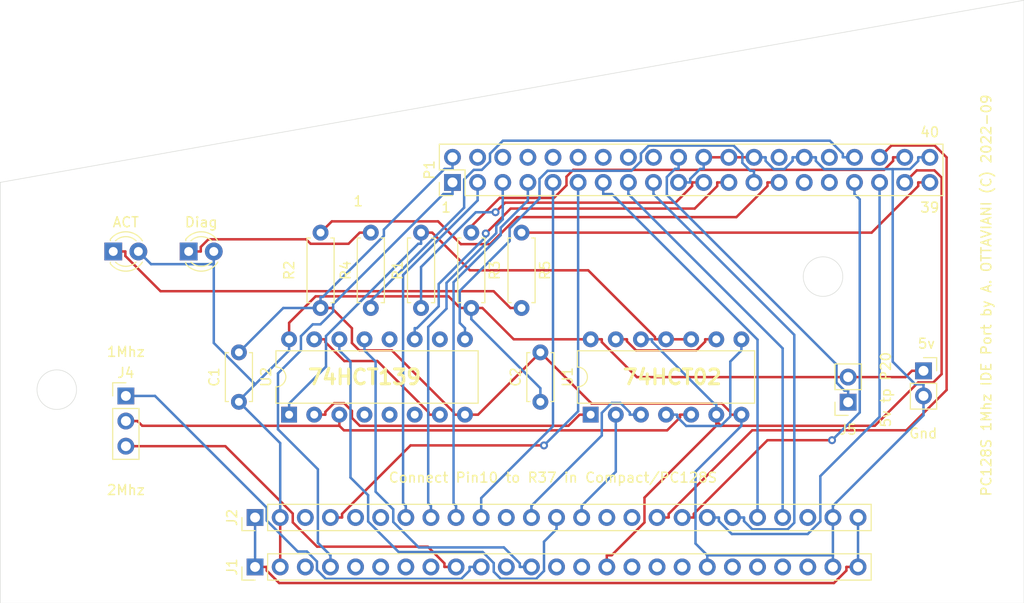
<source format=kicad_pcb>
(kicad_pcb (version 20211014) (generator pcbnew)
  (layers (0 "F.Cu" signal) (31 "B.Cu" signal) (34 "B.Paste" user) (35 "F.Paste" user) (36 "B.SilkS" user "B.Silkscreen") (37 "F.SilkS" user "F.Silkscreen") (38 "B.Mask" user) (39 "F.Mask" user) (44 "Edge.Cuts" user))
  (net 0 "")
  (net 1 "GND")
  (net 2 "+5V")
  (net 3 "D2")
  (net 4 "D1")
  (net 5 "D0")
  (net 6 "A0")
  (net 7 "A1")
  (net 8 "A2")
  (net 9 "D7")
  (net 10 "A5")
  (net 11 "D6")
  (net 12 "A6")
  (net 13 "D5")
  (net 14 "A7")
  (net 15 "D4")
  (net 16 "D3")
  (net 17 "ScreenGND")
  (net 18 "~{RST}")
  (net 19 "R~{W}")
  (net 20 "~{INFC}")
  (net 21 "1MHZ")
  (net 28 "PHI2")
  (net 38 "Clock")
  (net 41 "~{WR}")
  (net 42 "~{RD}")
  (net 47 "Net-(R5-Pad2)")
  (net 48 "Net-(R4-Pad2)")
  (net 54 "Pin20-5V")
  (net 63 "DMRQ")
  (net 64 "IORDY")
  (net 65 "~{DIAG}")
  (net 66 "~{CS1}")
  (net 67 "~{ACT}")
  (net 68 "AEna")
  (net 69 "Net-(U1-Pad1)")
  (net 70 "Net-(U1-Pad4)")
  (net 71 "Net-(U1-Pad9)")
  (net 75 "BEna")
  (footprint "Connector_PinSocket_2.54mm:PinSocket_1x02_P2.54mm_Vertical" (layer "F.Cu") (at 212.09 100.965)
    (fp_text reference "J3" hide)
    (fp_text value "Conn_01x02_Male")
  )
  (footprint "Connector_PinHeader_2.54mm:PinHeader_1x25_P2.54mm_Vertical" (layer "F.Cu") (at 144.5095 120.795 90)
    (fp_text reference "J1")
    (fp_text value "A1-25")
  )
  (footprint "Connector_PinHeader_2.54mm:PinHeader_1x25_P2.54mm_Vertical" (layer "F.Cu") (at 144.5095 115.795 90)
    (fp_text reference "J2")
    (fp_text value "B1-25")
  )
  (footprint "Connector_PinHeader_2.54mm:PinHeader_1x03_P2.54mm_Vertical" (layer "F.Cu") (at 131.445 103.505)
    (fp_text reference "J4")
    (fp_text value "ClockSwitch")
  )
  (footprint "Resistor_THT:R_Axial_DIN0207_L6.3mm_D2.5mm_P7.62mm_Horizontal" (layer "F.Cu") (at 156.21 94.615 90)
    (fp_text reference "R4")
    (fp_text value "1k")
  )
  (footprint "Connector_PinSocket_2.54mm:PinSocket_1x02_P2.54mm_Vertical" (layer "F.Cu") (at 204.47 104.14 180)
    (fp_text reference "J5")
    (fp_text value "Conn_01x02_Male")
  )
  (footprint "Package_DIP:DIP-14_W7.62mm" (layer "F.Cu") (at 178.44 105.4 90)
    (fp_text reference "U1")
    (fp_text value "74HCT02")
  )
  (footprint "LED_THT:LED_D3.0mm" (layer "F.Cu") (at 130.17 88.9)
    (fp_text reference "ACT")
    (fp_text value "LED")
  )
  (footprint "Capacitor_THT:C_Disc_D4.7mm_W2.5mm_P5.00mm" (layer "F.Cu") (at 142.875 104.1 90)
    (fp_text reference "C1")
    (fp_text value "47nf")
  )
  (footprint "Resistor_THT:R_Axial_DIN0207_L6.3mm_D2.5mm_P7.62mm_Horizontal" (layer "F.Cu") (at 151.13 86.995 -90)
    (fp_text reference "R2")
    (fp_text value "1k")
  )
  (footprint "Package_DIP:DIP-16_W7.62mm" (layer "F.Cu") (at 147.95 105.4 90)
    (fp_text reference "U2")
    (fp_text value "74HCT139")
  )
  (footprint "Capacitor_THT:C_Disc_D4.7mm_W2.5mm_P5.00mm" (layer "F.Cu") (at 173.355 104.1 90)
    (fp_text reference "C2")
    (fp_text value "47nf")
  )
  (footprint "Connector_PinHeader_2.54mm:PinHeader_2x20_P2.54mm_Vertical" (layer "F.Cu") (at 164.47 81.92 90)
    (fp_text reference "P1")
    (fp_text value "IDE02x20")
  )
  (footprint "LED_THT:LED_D3.0mm" (layer "F.Cu") (at 137.795 88.9)
    (fp_text reference "Diag")
    (fp_text value "LED")
  )
  (footprint "Resistor_THT:R_Axial_DIN0207_L6.3mm_D2.5mm_P7.62mm_Horizontal" (layer "F.Cu") (at 166.37 86.995 -90)
    (fp_text reference "R3")
    (fp_text value "1k")
  )
  (footprint "Resistor_THT:R_Axial_DIN0207_L6.3mm_D2.5mm_P7.62mm_Horizontal" (layer "F.Cu") (at 161.29 94.615 90)
    (fp_text reference "R1")
    (fp_text value "1k")
  )
  (footprint "Resistor_THT:R_Axial_DIN0207_L6.3mm_D2.5mm_P7.62mm_Horizontal" (layer "F.Cu") (at 171.45 86.995 -90)
    (fp_text reference "R5")
    (fp_text value "R270")
  )
  (gr_circle (center 124.46 102.87) (end 126.46 102.87) (layer "Edge.Cuts") (width 0.05) (fill none))
  (gr_line (start 118.745 81.915) (end 118.745 124.46) (layer "Edge.Cuts") (width 0.05))
  (gr_line (start 222.25 63.5) (end 222.25 124.46) (layer "Edge.Cuts") (width 0.05))
  (gr_line (start 118.745 124.46) (end 222.25 124.46) (layer "Edge.Cuts") (width 0.05))
  (gr_circle (center 201.93 91.44) (end 203.93 91.44) (layer "Edge.Cuts") (width 0.05) (fill none))
  (gr_line (start 118.745 81.915) (end 222.25 63.5) (layer "Edge.Cuts") (width 0.05))
  (gr_text "Gnd" (at 212.065 107.295) (layer "F.SilkS") (effects (font (size 1 1))))
  (gr_text "5v" (at 212.3825 98.2145) (layer "F.SilkS") (effects (font (size 1 1))))
  (gr_text "Connect Pin10 to R37 in Compact/PC128S" (at 174.625 111.76) (layer "F.SilkS") (effects (font (size 1 1))))
  (gr_text "5v tp P20" (at 208.28 102.87 90) (layer "F.SilkS") (effects (font (size 1 1))))
  (gr_text "74HCT02" (at 186.69 101.6) (layer "F.SilkS") (effects (font (size 1.5 1.5) (thickness 0.3))))
  (gr_text "1" (at 163.83 84.455) (layer "F.SilkS") (effects (font (size 1 1))))
  (gr_text "40" (at 212.725 76.835) (layer "F.SilkS") (effects (font (size 1 1))))
  (gr_text "2Mhz" (at 131.445 113.015) (layer "F.SilkS") (effects (font (size 1 1))))
  (gr_text "1Mhz" (at 131.445 99.045) (layer "F.SilkS") (effects (font (size 1 1))))
  (gr_text "1" (at 154.94 83.82) (layer "F.SilkS") (effects (font (size 1 1))))
  (gr_text "PC128S 1Mhz IDE Port by A. OTTAVIANI (C) 2022-09" (at 218.44 93.345 90) (layer "F.SilkS") (effects (font (size 1 1))))
  (gr_text "74HCT139" (at 155.575 101.6) (layer "F.SilkS") (effects (font (size 1.5 1.5) (thickness 0.3))))
  (gr_text "39" (at 212.725 84.455) (layer "F.SilkS") (effects (font (size 1 1))))
  (segment (start 154.3 98.1536) (end 155.0515 98.9051) (width 0.25) (layer "F.Cu") (net 1))
  (segment (start 173.355 99.1) (end 167.055 105.4) (width 0.25) (layer "F.Cu") (net 1))
  (segment (start 158.3431 98.9051) (end 164.6049 105.1669) (width 0.25) (layer "F.Cu") (net 1))
  (segment (start 193.68 105.4) (end 192.5549 105.4) (width 0.25) (layer "F.Cu") (net 1))
  (segment (start 164.6049 105.1669) (end 164.6049 105.4) (width 0.25) (layer "F.Cu") (net 1))
  (segment (start 192.5549 105.4) (end 192.5549 105.1186) (width 0.25) (layer "F.Cu") (net 1))
  (segment (start 151.13 94.615) (end 152.2551 94.615) (width 0.25) (layer "F.Cu") (net 1))
  (segment (start 191.7112 104.2749) (end 178.5299 104.2749) (width 0.25) (layer "F.Cu") (net 1))
  (segment (start 178.5299 104.2749) (end 173.355 99.1) (width 0.25) (layer "F.Cu") (net 1))
  (segment (start 154.3 96.6599) (end 154.3 98.1536) (width 0.25) (layer "F.Cu") (net 1))
  (segment (start 165.73 105.4) (end 166.8551 105.4) (width 0.25) (layer "F.Cu") (net 1))
  (segment (start 152.2551 94.615) (end 154.3 96.6599) (width 0.25) (layer "F.Cu") (net 1))
  (segment (start 165.73 105.4) (end 164.6049 105.4) (width 0.25) (layer "F.Cu") (net 1))
  (segment (start 155.0515 98.9051) (end 158.3431 98.9051) (width 0.25) (layer "F.Cu") (net 1))
  (segment (start 192.5549 105.1186) (end 191.7112 104.2749) (width 0.25) (layer "F.Cu") (net 1))
  (segment (start 192.41 79.38) (end 189.87 79.38) (width 0.25) (layer "F.Cu") (net 1))
  (segment (start 194.95 79.38) (end 192.41 79.38) (width 0.25) (layer "F.Cu") (net 1))
  (segment (start 167.055 105.4) (end 166.8551 105.4) (width 0.25) (layer "F.Cu") (net 1))
  (segment (start 212.09 105.4594) (end 202.9295 114.6199) (width 0.25) (layer "B.Cu") (net 1))
  (segment (start 187.33 81.92) (end 188.5051 81.92) (width 0.25) (layer "B.Cu") (net 1))
  (segment (start 201.2051 79.7453) (end 201.2051 79.38) (width 0.25) (layer "B.Cu") (net 1))
  (segment (start 200.03 79.38) (end 198.8549 79.38) (width 0.25) (layer "B.Cu") (net 1))
  (segment (start 193.68 105.4) (end 193.68 106.5251) (width 0.25) (layer "B.Cu") (net 1))
  (segment (start 151.13 94.615) (end 147.36 94.615) (width 0.25) (layer "B.Cu") (net 1))
  (segment (start 194.95 79.38) (end 196.1251 79.38) (width 0.25) (layer "B.Cu") (net 1))
  (segment (start 151.13 94.615) (end 151.13 93.4899) (width 0.25) (layer "B.Cu") (net 1))
  (segment (start 211.5549 79.38) (end 211.5549 79.7472) (width 0.25) (layer "B.Cu") (net 1))
  (segment (start 200.03 79.38) (end 201.2051 79.38) (width 0.25) (layer "B.Cu") (net 1))
  (segment (start 208.9766 80.5706) (end 202.0304 80.5706) (width 0.25) (layer "B.Cu") (net 1))
  (segment (start 196.9504 80.5706) (end 196.1251 79.7453) (width 0.25) (layer "B.Cu") (net 1))
  (segment (start 163.6621 80.5551) (end 157.5314 86.6858) (width 0.25) (layer "B.Cu") (net 1))
  (segment (start 198.0315 80.5706) (end 196.9504 80.5706) (width 0.25) (layer "B.Cu") (net 1))
  (segment (start 208.9766 100.0475) (end 211.259 102.3299) (width 0.25) (layer "B.Cu") (net 1))
  (segment (start 164.47 79.38) (end 164.47 80.5551) (width 0.25) (layer "B.Cu") (net 1))
  (segment (start 202.9295 120.795) (end 202.9295 119.6199) (width 0.25) (layer "B.Cu") (net 1))
  (segment (start 202.0304 80.5706) (end 201.2051 79.7453) (width 0.25) (layer "B.Cu") (net 1))
  (segment (start 189.87 80.5551) (end 189.5047 80.5551) (width 0.25) (layer "B.Cu") (net 1))
  (segment (start 208.9766 80.5706) (end 208.9766 100.0475) (width 0.25) (layer "B.Cu") (net 1))
  (segment (start 211.5549 79.7472) (end 210.7315 80.5706) (width 0.25) (layer "B.Cu") (net 1))
  (segment (start 189.5047 80.5551) (end 188.5051 81.5547) (width 0.25) (layer "B.Cu") (net 1))
  (segment (start 198.8549 79.7472) (end 198.0315 80.5706) (width 0.25) (layer "B.Cu") (net 1))
  (segment (start 198.8549 79.38) (end 198.8549 79.7472) (width 0.25) (layer "B.Cu") (net 1))
  (segment (start 188.5051 81.5547) (end 188.5051 81.92) (width 0.25) (layer "B.Cu") (net 1))
  (segment (start 196.1251 79.7453) (end 196.1251 79.38) (width 0.25) (layer "B.Cu") (net 1))
  (segment (start 151.3631 93.4899) (end 151.13 93.4899) (width 0.25) (layer "B.Cu") (net 1))
  (segment (start 157.5314 86.6858) (end 157.5314 87.3216) (width 0.25) (layer "B.Cu") (net 1))
  (segment (start 189.87 79.38) (end 189.87 80.5551) (width 0.25) (layer "B.Cu") (net 1))
  (segment (start 210.7315 80.5706) (end 208.9766 80.5706) (width 0.25) (layer "B.Cu") (net 1))
  (segment (start 212.09 103.505) (end 212.09 102.3299) (width 0.25) (layer "B.Cu") (net 1))
  (segment (start 189.0389 118.4293) (end 189.0389 111.1662) (width 0.25) (layer "B.Cu") (net 1))
  (segment (start 211.259 102.3299) (end 212.09 102.3299) (width 0.25) (layer "B.Cu") (net 1))
  (segment (start 202.9295 115.795) (end 202.9295 114.6199) (width 0.25) (layer "B.Cu") (net 1))
  (segment (start 190.2295 119.6199) (end 189.0389 118.4293) (width 0.25) (layer "B.Cu") (net 1))
  (segment (start 202.9295 119.6199) (end 202.9295 115.795) (width 0.25) (layer "B.Cu") (net 1))
  (segment (start 212.73 79.38) (end 211.5549 79.38) (width 0.25) (layer "B.Cu") (net 1))
  (segment (start 190.2295 120.795) (end 190.2295 119.6199) (width 0.25) (layer "B.Cu") (net 1))
  (segment (start 164.47 80.5551) (end 163.6621 80.5551) (width 0.25) (layer "B.Cu") (net 1))
  (segment (start 212.09 103.505) (end 212.09 105.4594) (width 0.25) (layer "B.Cu") (net 1))
  (segment (start 202.9295 119.6199) (end 190.2295 119.6199) (width 0.25) (layer "B.Cu") (net 1))
  (segment (start 157.5314 87.3216) (end 151.3631 93.4899) (width 0.25) (layer "B.Cu") (net 1))
  (segment (start 147.36 94.615) (end 142.875 99.1) (width 0.25) (layer "B.Cu") (net 1))
  (segment (start 189.0389 111.1662) (end 193.68 106.5251) (width 0.25) (layer "B.Cu") (net 1))
  (segment (start 164.0671 93.4372) (end 165.2449 94.615) (width 0.25) (layer "F.Cu") (net 2))
  (segment (start 210.2799 101.6) (end 210.9149 100.965) (width 0.25) (layer "F.Cu") (net 2))
  (segment (start 166.37 94.615) (end 165.2449 94.615) (width 0.25) (layer "F.Cu") (net 2))
  (segment (start 147.95 96.1153) (end 150.6281 93.4372) (width 0.25) (layer "F.Cu") (net 2))
  (segment (start 170.6601 97.78) (end 178.44 97.78) (width 0.25) (layer "F.Cu") (net 2))
  (segment (start 147.95 97.78) (end 147.95 96.1153) (width 0.25) (layer "F.Cu") (net 2))
  (segment (start 179.5651 97.78) (end 179.5651 98.0613) (width 0.25) (layer "F.Cu") (net 2))
  (segment (start 183.1038 101.6) (end 203.2949 101.6) (width 0.25) (layer "F.Cu") (net 2))
  (segment (start 204.47 101.6) (end 203.2949 101.6) (width 0.25) (layer "F.Cu") (net 2))
  (segment (start 147.0495 115.795) (end 147.0495 120.795) (width 0.25) (layer "F.Cu") (net 2))
  (segment (start 150.6281 93.4372) (end 164.0671 93.4372) (width 0.25) (layer "F.Cu") (net 2))
  (segment (start 179.5651 98.0613) (end 183.1038 101.6) (width 0.25) (layer "F.Cu") (net 2))
  (segment (start 167.4951 94.615) (end 170.6601 97.78) (width 0.25) (layer "F.Cu") (net 2))
  (segment (start 212.09 100.965) (end 210.9149 100.965) (width 0.25) (layer "F.Cu") (net 2))
  (segment (start 178.44 97.78) (end 179.5651 97.78) (width 0.25) (layer "F.Cu") (net 2))
  (segment (start 166.37 94.615) (end 167.4951 94.615) (width 0.25) (layer "F.Cu") (net 2))
  (segment (start 204.47 101.6) (end 210.2799 101.6) (width 0.25) (layer "F.Cu") (net 2))
  (segment (start 147.95 97.78) (end 147.95 98.9051) (width 0.25) (layer "B.Cu") (net 2))
  (segment (start 142.875 104.1) (end 147.0495 108.2745) (width 0.25) (layer "B.Cu") (net 2))
  (segment (start 166.37 95.7401) (end 173.355 102.7251) (width 0.25) (layer "B.Cu") (net 2))
  (segment (start 147.0495 108.2745) (end 147.0495 115.795) (width 0.25) (layer "B.Cu") (net 2))
  (segment (start 147.95 98.9051) (end 144.5181 102.337) (width 0.25) (layer "B.Cu") (net 2))
  (segment (start 166.37 94.615) (end 166.37 95.7401) (width 0.25) (layer "B.Cu") (net 2))
  (segment (start 142.875 103.9801) (end 142.875 104.1) (width 0.25) (layer "B.Cu") (net 2))
  (segment (start 144.5181 102.337) (end 142.875 103.9801) (width 0.25) (layer "B.Cu") (net 2))
  (segment (start 140.335 88.9) (end 140.335 90.1817) (width 0.25) (layer "B.Cu") (net 2))
  (segment (start 140.335 90.1817) (end 140.335 98.1539) (width 0.25) (layer "B.Cu") (net 2))
  (segment (start 140.335 90.1817) (end 133.9917 90.1817) (width 0.25) (layer "B.Cu") (net 2))
  (segment (start 173.355 102.7251) (end 173.355 104.1) (width 0.25) (layer "B.Cu") (net 2))
  (segment (start 140.335 98.1539) (end 144.5181 102.337) (width 0.25) (layer "B.Cu") (net 2))
  (segment (start 133.9917 90.1817) (end 132.71 88.9) (width 0.25) (layer "B.Cu") (net 2))
  (segment (start 179.71 81.92) (end 179.71 83.0951) (width 0.25) (layer "B.Cu") (net 3))
  (segment (start 180.5913 83.0951) (end 195.3095 97.8133) (width 0.25) (layer "B.Cu") (net 3))
  (segment (start 195.3095 97.8133) (end 195.3095 115.795) (width 0.25) (layer "B.Cu") (net 3))
  (segment (start 179.71 83.0951) (end 180.5913 83.0951) (width 0.25) (layer "B.Cu") (net 3))
  (segment (start 182.25 83.0951) (end 197.8495 98.6946) (width 0.25) (layer "B.Cu") (net 4))
  (segment (start 197.8495 98.6946) (end 197.8495 115.795) (width 0.25) (layer "B.Cu") (net 4))
  (segment (start 182.25 81.92) (end 182.25 83.0951) (width 0.25) (layer "B.Cu") (net 4))
  (segment (start 184.79 83.0951) (end 199.0268 97.3319) (width 0.25) (layer "B.Cu") (net 5))
  (segment (start 199.0268 116.321) (end 198.356 116.9918) (width 0.25) (layer "B.Cu") (net 5))
  (segment (start 192.7695 115.795) (end 193.9446 115.795) (width 0.25) (layer "B.Cu") (net 5))
  (segment (start 199.0268 97.3319) (end 199.0268 116.321) (width 0.25) (layer "B.Cu") (net 5))
  (segment (start 194.7761 116.9918) (end 193.9446 116.1603) (width 0.25) (layer "B.Cu") (net 5))
  (segment (start 184.79 81.92) (end 184.79 83.0951) (width 0.25) (layer "B.Cu") (net 5))
  (segment (start 193.9446 116.1603) (end 193.9446 115.795) (width 0.25) (layer "B.Cu") (net 5))
  (segment (start 198.356 116.9918) (end 194.7761 116.9918) (width 0.25) (layer "B.Cu") (net 5))
  (segment (start 207.65 83.0951) (end 207.65 105.6206) (width 0.25) (layer "B.Cu") (net 6))
  (segment (start 201.6595 111.6111) (end 201.6595 116.1891) (width 0.25) (layer "B.Cu") (net 6))
  (segment (start 192.7079 117.4636) (end 191.4046 116.1603) (width 0.25) (layer "B.Cu") (net 6))
  (segment (start 191.4046 116.1603) (end 191.4046 115.795) (width 0.25) (layer "B.Cu") (net 6))
  (segment (start 207.65 105.6206) (end 201.6595 111.6111) (width 0.25) (layer "B.Cu") (net 6))
  (segment (start 201.6595 116.1891) (end 200.385 117.4636) (width 0.25) (layer "B.Cu") (net 6))
  (segment (start 190.2295 115.795) (end 191.4046 115.795) (width 0.25) (layer "B.Cu") (net 6))
  (segment (start 200.385 117.4636) (end 192.7079 117.4636) (width 0.25) (layer "B.Cu") (net 6))
  (segment (start 207.65 81.92) (end 207.65 83.0951) (width 0.25) (layer "B.Cu") (net 6))
  (segment (start 188.8646 115.795) (end 188.8646 115.4297) (width 0.25) (layer "F.Cu") (net 7))
  (segment (start 196.3139 107.9804) (end 202.8425 107.9804) (width 0.25) (layer "F.Cu") (net 7))
  (segment (start 188.8646 115.4297) (end 196.3139 107.9804) (width 0.25) (layer "F.Cu") (net 7))
  (segment (start 187.6895 115.795) (end 188.8646 115.795) (width 0.25) (layer "F.Cu") (net 7))
  (via (at 202.8425 107.9804) (size 0.8) (drill 0.4) (layers "F.Cu" "B.Cu") (net 7))
  (segment (start 205.6452 83.6303) (end 205.6452 105.1777) (width 0.25) (layer "B.Cu") (net 7))
  (segment (start 205.11 81.92) (end 205.11 83.0951) (width 0.25) (layer "B.Cu") (net 7))
  (segment (start 205.6452 105.1777) (end 202.8425 107.9804) (width 0.25) (layer "B.Cu") (net 7))
  (segment (start 205.11 83.0951) (end 205.6452 83.6303) (width 0.25) (layer "B.Cu") (net 7))
  (segment (start 186.3246 115.4297) (end 194.779 106.9753) (width 0.25) (layer "F.Cu") (net 8))
  (segment (start 185.1495 115.795) (end 186.3246 115.795) (width 0.25) (layer "F.Cu") (net 8))
  (segment (start 214.4271 79.3904) (end 213.2266 78.1899) (width 0.25) (layer "F.Cu") (net 8))
  (segment (start 194.779 106.9753) (end 210.3547 106.9753) (width 0.25) (layer "F.Cu") (net 8))
  (segment (start 186.3246 115.795) (end 186.3246 115.4297) (width 0.25) (layer "F.Cu") (net 8))
  (segment (start 213.2266 78.1899) (end 208.8401 78.1899) (width 0.25) (layer "F.Cu") (net 8))
  (segment (start 210.3547 106.9753) (end 214.4271 102.9029) (width 0.25) (layer "F.Cu") (net 8))
  (segment (start 214.4271 102.9029) (end 214.4271 79.3904) (width 0.25) (layer "F.Cu") (net 8))
  (segment (start 208.8401 78.1899) (end 207.65 79.38) (width 0.25) (layer "F.Cu") (net 8))
  (segment (start 159.4724 91.2761) (end 159.4724 114.3428) (width 0.25) (layer "B.Cu") (net 9))
  (segment (start 159.4724 114.3428) (end 159.7495 114.6199) (width 0.25) (layer "B.Cu") (net 9))
  (segment (start 159.7495 115.795) (end 159.7495 114.6199) (width 0.25) (layer "B.Cu") (net 9))
  (segment (start 167.01 83.7385) (end 159.4724 91.2761) (width 0.25) (layer "B.Cu") (net 9))
  (segment (start 167.01 81.92) (end 167.01 83.7385) (width 0.25) (layer "B.Cu") (net 9))
  (segment (start 180.98 105.4) (end 180.98 111.1694) (width 0.25) (layer "B.Cu") (net 10))
  (segment (start 180.98 111.1694) (end 177.5295 114.6199) (width 0.25) (layer "B.Cu") (net 10))
  (segment (start 177.5295 115.795) (end 177.5295 114.6199) (width 0.25) (layer "B.Cu") (net 10))
  (segment (start 162.2895 114.6199) (end 162.0124 114.3428) (width 0.25) (layer "B.Cu") (net 11))
  (segment (start 168.8953 86.3063) (end 169.55 85.6516) (width 0.25) (layer "B.Cu") (net 11))
  (segment (start 162.2895 115.795) (end 162.2895 114.6199) (width 0.25) (layer "B.Cu") (net 11))
  (segment (start 169.55 81.92) (end 169.55 83.0951) (width 0.25) (layer "B.Cu") (net 11))
  (segment (start 162.0124 114.3428) (end 162.0124 96.5336) (width 0.25) (layer "B.Cu") (net 11))
  (segment (start 168.8953 87.0432) (end 168.8953 86.3063) (width 0.25) (layer "B.Cu") (net 11))
  (segment (start 162.0124 96.5336) (end 163.8648 94.6812) (width 0.25) (layer "B.Cu") (net 11))
  (segment (start 163.8648 92.0737) (end 168.8953 87.0432) (width 0.25) (layer "B.Cu") (net 11))
  (segment (start 163.8648 94.6812) (end 163.8648 92.0737) (width 0.25) (layer "B.Cu") (net 11))
  (segment (start 169.55 85.6516) (end 169.55 83.0951) (width 0.25) (layer "B.Cu") (net 11))
  (segment (start 153.03 97.78) (end 153.03 98.9051) (width 0.25) (layer "B.Cu") (net 12))
  (segment (start 159.0249 119.2862) (end 167.5248 119.2862) (width 0.25) (layer "B.Cu") (net 12))
  (segment (start 169.3449 121.9891) (end 172.9315 121.9891) (width 0.25) (layer "B.Cu") (net 12))
  (segment (start 172.9315 121.9891) (end 173.7195 121.2011) (width 0.25) (layer "B.Cu") (net 12))
  (segment (start 168.6395 120.4009) (end 168.6395 121.2837) (width 0.25) (layer "B.Cu") (net 12))
  (segment (start 153.03 98.9051) (end 154.1551 100.0302) (width 0.25) (layer "B.Cu") (net 12))
  (segment (start 174.9895 115.795) (end 174.9895 116.9701) (width 0.25) (layer "B.Cu") (net 12))
  (segment (start 167.5248 119.2862) (end 168.6395 120.4009) (width 0.25) (layer "B.Cu") (net 12))
  (segment (start 173.7195 121.2011) (end 173.7195 118.2401) (width 0.25) (layer "B.Cu") (net 12))
  (segment (start 155.9395 113.5409) (end 155.9395 116.2008) (width 0.25) (layer "B.Cu") (net 12))
  (segment (start 173.7195 118.2401) (end 174.9895 116.9701) (width 0.25) (layer "B.Cu") (net 12))
  (segment (start 154.1551 100.0302) (end 154.1551 111.7565) (width 0.25) (layer "B.Cu") (net 12))
  (segment (start 168.6395 121.2837) (end 169.3449 121.9891) (width 0.25) (layer "B.Cu") (net 12))
  (segment (start 154.1551 111.7565) (end 155.9395 113.5409) (width 0.25) (layer "B.Cu") (net 12))
  (segment (start 155.9395 116.2008) (end 159.0249 119.2862) (width 0.25) (layer "B.Cu") (net 12))
  (segment (start 172.09 83.7482) (end 172.09 83.0951) (width 0.25) (layer "B.Cu") (net 13))
  (segment (start 169.3455 86.4927) (end 172.09 83.7482) (width 0.25) (layer "B.Cu") (net 13))
  (segment (start 169.3455 87.2437) (end 169.3455 86.4927) (width 0.25) (layer "B.Cu") (net 13))
  (segment (start 172.09 81.92) (end 172.09 83.0951) (width 0.25) (layer "B.Cu") (net 13))
  (segment (start 164.5771 92.0121) (end 169.3455 87.2437) (width 0.25) (layer "B.Cu") (net 13))
  (segment (start 164.8295 115.795) (end 164.8295 114.6199) (width 0.25) (layer "B.Cu") (net 13))
  (segment (start 164.8295 114.6199) (end 164.5771 114.3675) (width 0.25) (layer "B.Cu") (net 13))
  (segment (start 164.5771 114.3675) (end 164.5771 92.0121) (width 0.25) (layer "B.Cu") (net 13))
  (segment (start 182.3949 105.1669) (end 182.3949 105.4) (width 0.25) (layer "B.Cu") (net 14))
  (segment (start 180.5663 104.2185) (end 181.4465 104.2185) (width 0.25) (layer "B.Cu") (net 14))
  (segment (start 179.5652 105.2196) (end 180.5663 104.2185) (width 0.25) (layer "B.Cu") (net 14))
  (segment (start 181.4465 104.2185) (end 182.3949 105.1669) (width 0.25) (layer "B.Cu") (net 14))
  (segment (start 183.52 105.4) (end 182.3949 105.4) (width 0.25) (layer "B.Cu") (net 14))
  (segment (start 172.4495 115.795) (end 172.4495 114.6199) (width 0.25) (layer "B.Cu") (net 14))
  (segment (start 172.4495 114.6199) (end 179.5652 107.5042) (width 0.25) (layer "B.Cu") (net 14))
  (segment (start 179.5652 107.5042) (end 179.5652 105.2196) (width 0.25) (layer "B.Cu") (net 14))
  (segment (start 167.3695 113.832) (end 167.3695 114.6199) (width 0.25) (layer "B.Cu") (net 15))
  (segment (start 167.3695 115.795) (end 167.3695 114.6199) (width 0.25) (layer "B.Cu") (net 15))
  (segment (start 174.63 83.0951) (end 174.63 106.5715) (width 0.25) (layer "B.Cu") (net 15))
  (segment (start 174.63 81.92) (end 174.63 83.0951) (width 0.25) (layer "B.Cu") (net 15))
  (segment (start 174.63 106.5715) (end 167.3695 113.832) (width 0.25) (layer "B.Cu") (net 15))
  (segment (start 152.1295 115.795) (end 153.3046 115.795) (width 0.25) (layer "F.Cu") (net 16))
  (segment (start 160.2279 108.5064) (end 153.3046 115.4297) (width 0.25) (layer "F.Cu") (net 16))
  (segment (start 173.7205 108.5064) (end 160.2279 108.5064) (width 0.25) (layer "F.Cu") (net 16))
  (segment (start 153.3046 115.4297) (end 153.3046 115.795) (width 0.25) (layer "F.Cu") (net 16))
  (via (at 173.7205 108.5064) (size 0.8) (drill 0.4) (layers "F.Cu" "B.Cu") (net 16))
  (segment (start 177.17 81.92) (end 177.17 105.0569) (width 0.25) (layer "B.Cu") (net 16))
  (segment (start 177.17 105.0569) (end 173.7205 108.5064) (width 0.25) (layer "B.Cu") (net 16))
  (segment (start 144.5095 120.795) (end 145.6846 120.795) (width 0.25) (layer "F.Cu") (net 17))
  (segment (start 204.2944 121.1622) (end 204.2944 120.795) (width 0.25) (layer "F.Cu") (net 17))
  (segment (start 203.0364 122.4202) (end 204.2944 121.1622) (width 0.25) (layer "F.Cu") (net 17))
  (segment (start 145.6846 120.795) (end 145.6846 121.1623) (width 0.25) (layer "F.Cu") (net 17))
  (segment (start 205.4695 120.795) (end 204.2944 120.795) (width 0.25) (layer "F.Cu") (net 17))
  (segment (start 146.9425 122.4202) (end 203.0364 122.4202) (width 0.25) (layer "F.Cu") (net 17))
  (segment (start 145.6846 121.1623) (end 146.9425 122.4202) (width 0.25) (layer "F.Cu") (net 17))
  (segment (start 144.5095 115.795) (end 144.5095 120.795) (width 0.25) (layer "B.Cu") (net 17))
  (segment (start 205.4695 115.795) (end 205.4695 120.795) (width 0.25) (layer "B.Cu") (net 17))
  (segment (start 149.1461 97.4621) (end 149.1461 98.9052) (width 0.25) (layer "B.Cu") (net 18))
  (segment (start 150.8595 118.3499) (end 152.1295 119.6199) (width 0.25) (layer "B.Cu") (net 18))
  (segment (start 164.47 81.92) (end 164.47 83.0951) (width 0.25) (layer "B.Cu") (net 18))
  (segment (start 150.8595 110.9187) (end 150.8595 118.3499) (width 0.25) (layer "B.Cu") (net 18))
  (segment (start 152.1295 120.795) (end 152.1295 119.6199) (width 0.25) (layer "B.Cu") (net 18))
  (segment (start 152.3992 94.2389) (end 152.3992 94.9834) (width 0.25) (layer "B.Cu") (net 18))
  (segment (start 151.1142 96.2684) (end 150.3398 96.2684) (width 0.25) (layer "B.Cu") (net 18))
  (segment (start 146.8248 106.884) (end 150.8595 110.9187) (width 0.25) (layer "B.Cu") (net 18))
  (segment (start 149.1461 98.9052) (end 146.8248 101.2265) (width 0.25) (layer "B.Cu") (net 18))
  (segment (start 150.3398 96.2684) (end 149.1461 97.4621) (width 0.25) (layer "B.Cu") (net 18))
  (segment (start 164.47 83.0951) (end 163.543 83.0951) (width 0.25) (layer "B.Cu") (net 18))
  (segment (start 146.8248 101.2265) (end 146.8248 106.884) (width 0.25) (layer "B.Cu") (net 18))
  (segment (start 163.543 83.0951) (end 152.3992 94.2389) (width 0.25) (layer "B.Cu") (net 18))
  (segment (start 152.3992 94.9834) (end 151.1142 96.2684) (width 0.25) (layer "B.Cu") (net 18))
  (segment (start 156.6951 100.0302) (end 156.6951 113.1893) (width 0.25) (layer "B.Cu") (net 19))
  (segment (start 158.4795 116.2449) (end 161.0556 118.821) (width 0.25) (layer "B.Cu") (net 19))
  (segment (start 158.4795 114.9737) (end 158.4795 116.2449) (width 0.25) (layer "B.Cu") (net 19))
  (segment (start 156.6951 113.1893) (end 158.4795 114.9737) (width 0.25) (layer "B.Cu") (net 19))
  (segment (start 172.4495 120.795) (end 171.2744 120.795) (width 0.25) (layer "B.Cu") (net 19))
  (segment (start 155.57 98.9051) (end 156.6951 100.0302) (width 0.25) (layer "B.Cu") (net 19))
  (segment (start 169.6656 118.821) (end 171.2744 120.4298) (width 0.25) (layer "B.Cu") (net 19))
  (segment (start 155.57 97.78) (end 155.57 98.9051) (width 0.25) (layer "B.Cu") (net 19))
  (segment (start 161.0556 118.821) (end 169.6656 118.821) (width 0.25) (layer "B.Cu") (net 19))
  (segment (start 171.2744 120.4298) (end 171.2744 120.795) (width 0.25) (layer "B.Cu") (net 19))
  (segment (start 180.0695 120.795) (end 180.0695 119.6199) (width 0.25) (layer "F.Cu") (net 20))
  (segment (start 213.0845 102.1402) (end 211.5498 102.1402) (width 0.25) (layer "F.Cu") (net 20))
  (segment (start 191.14 106.5251) (end 183.8795 113.7856) (width 0.25) (layer "F.Cu") (net 20))
  (segment (start 210.19 81.92) (end 211.408 80.702) (width 0.25) (layer "F.Cu") (net 20))
  (segment (start 211.5498 102.1402) (end 207.1648 106.5252) (width 0.25) (layer "F.Cu") (net 20))
  (segment (start 191.14 105.4) (end 191.14 106.037) (width 0.25) (layer "F.Cu") (net 20))
  (segment (start 183.8795 116.2969) (end 180.5565 119.6199) (width 0.25) (layer "F.Cu") (net 20))
  (segment (start 183.8795 113.7856) (end 183.8795 116.2969) (width 0.25) (layer "F.Cu") (net 20))
  (segment (start 213.9207 81.4262) (end 213.9207 101.304) (width 0.25) (layer "F.Cu") (net 20))
  (segment (start 191.6282 106.5252) (end 191.14 106.037) (width 0.25) (layer "F.Cu") (net 20))
  (segment (start 213.9207 101.304) (end 213.0845 102.1402) (width 0.25) (layer "F.Cu") (net 20))
  (segment (start 207.1648 106.5252) (end 191.6282 106.5252) (width 0.25) (layer "F.Cu") (net 20))
  (segment (start 191.14 106.037) (end 191.14 106.5251) (width 0.25) (layer "F.Cu") (net 20))
  (segment (start 213.1965 80.702) (end 213.9207 81.4262) (width 0.25) (layer "F.Cu") (net 20))
  (segment (start 180.5565 119.6199) (end 180.0695 119.6199) (width 0.25) (layer "F.Cu") (net 20))
  (segment (start 211.408 80.702) (end 213.1965 80.702) (width 0.25) (layer "F.Cu") (net 20))
  (segment (start 190.9068 104.2749) (end 184.6451 98.0132) (width 0.25) (layer "B.Cu") (net 20))
  (segment (start 191.14 105.4) (end 191.14 104.2749) (width 0.25) (layer "B.Cu") (net 20))
  (segment (start 184.6451 98.0132) (end 184.6451 97.78) (width 0.25) (layer "B.Cu") (net 20))
  (segment (start 183.52 97.78) (end 184.6451 97.78) (width 0.25) (layer "B.Cu") (net 20))
  (segment (start 191.14 104.2749) (end 190.9068 104.2749) (width 0.25) (layer "B.Cu") (net 20))
  (segment (start 151.6582 122.0015) (end 165.3531 122.0015) (width 0.25) (layer "B.Cu") (net 21))
  (segment (start 150.7649 120.2461) (end 150.7649 121.1082) (width 0.25) (layer "B.Cu") (net 21))
  (segment (start 131.445 103.505) (end 134.3933 103.505) (width 0.25) (layer "B.Cu") (net 21))
  (segment (start 166.1944 121.1602) (end 166.1944 120.795) (width 0.25) (layer "B.Cu") (net 21))
  (segment (start 149.7544 119.2356) (end 150.7649 120.2461) (width 0.25) (layer "B.Cu") (net 21))
  (segment (start 148.8211 119.2356) (end 149.7544 119.2356) (width 0.25) (layer "B.Cu") (net 21))
  (segment (start 150.7649 121.1082) (end 151.6582 122.0015) (width 0.25) (layer "B.Cu") (net 21))
  (segment (start 167.3695 120.795) (end 166.1944 120.795) (width 0.25) (layer "B.Cu") (net 21))
  (segment (start 145.6847 114.7964) (end 145.6847 116.0992) (width 0.25) (layer "B.Cu") (net 21))
  (segment (start 134.3933 103.505) (end 145.6847 114.7964) (width 0.25) (layer "B.Cu") (net 21))
  (segment (start 145.6847 116.0992) (end 148.8211 119.2356) (width 0.25) (layer "B.Cu") (net 21))
  (segment (start 165.3531 122.0015) (end 166.1944 121.1602) (width 0.25) (layer "B.Cu") (net 21))
  (segment (start 148.3195 116.2844) (end 150.7802 118.7451) (width 0.25) (layer "F.Cu") (net 28))
  (segment (start 141.5019 108.585) (end 148.3195 115.4026) (width 0.25) (layer "F.Cu") (net 28))
  (segment (start 161.9697 118.7451) (end 163.6544 120.4298) (width 0.25) (layer "F.Cu") (net 28))
  (segment (start 163.6544 120.4298) (end 163.6544 120.795) (width 0.25) (layer "F.Cu") (net 28))
  (segment (start 150.7802 118.7451) (end 161.9697 118.7451) (width 0.25) (layer "F.Cu") (net 28))
  (segment (start 164.8295 120.795) (end 163.6544 120.795) (width 0.25) (layer "F.Cu") (net 28))
  (segment (start 131.445 108.585) (end 141.5019 108.585) (width 0.25) (layer "F.Cu") (net 28))
  (segment (start 148.3195 115.4026) (end 148.3195 116.2844) (width 0.25) (layer "F.Cu") (net 28))
  (segment (start 186.1713 106.9849) (end 153.4898 106.9849) (width 0.25) (layer "F.Cu") (net 38))
  (segment (start 153.03 105.4) (end 153.03 106.5251) (width 0.25) (layer "F.Cu") (net 38))
  (segment (start 153.03 106.5251) (end 133.1002 106.5251) (width 0.25) (layer "F.Cu") (net 38))
  (segment (start 188.6 105.4) (end 187.4749 105.4) (width 0.25) (layer "F.Cu") (net 38))
  (segment (start 153.4898 106.9849) (end 153.03 106.5251) (width 0.25) (layer "F.Cu") (net 38))
  (segment (start 131.445 106.045) (end 132.6201 106.045) (width 0.25) (layer "F.Cu") (net 38))
  (segment (start 187.4749 105.6813) (end 186.1713 106.9849) (width 0.25) (layer "F.Cu") (net 38))
  (segment (start 187.4749 105.4) (end 187.4749 105.6813) (width 0.25) (layer "F.Cu") (net 38))
  (segment (start 133.1002 106.5251) (end 132.6201 106.045) (width 0.25) (layer "F.Cu") (net 38))
  (segment (start 188.9588 84.5633) (end 170.3497 84.5633) (width 0.25) (layer "F.Cu") (net 41))
  (segment (start 191.2349 82.2872) (end 188.9588 84.5633) (width 0.25) (layer "F.Cu") (net 41))
  (segment (start 170.3497 84.5633) (end 167.8348 87.0782) (width 0.25) (layer "F.Cu") (net 41))
  (segment (start 192.41 81.92) (end 191.2349 81.92) (width 0.25) (layer "F.Cu") (net 41))
  (segment (start 191.2349 81.92) (end 191.2349 82.2872) (width 0.25) (layer "F.Cu") (net 41))
  (via (at 167.8348 87.0782) (size 0.8) (drill 0.4) (layers "F.Cu" "B.Cu") (net 41))
  (segment (start 160.65 97.78) (end 160.65 96.6549) (width 0.25) (layer "B.Cu") (net 41))
  (segment (start 160.8694 96.6549) (end 160.65 96.6549) (width 0.25) (layer "B.Cu") (net 41))
  (segment (start 167.8348 87.0782) (end 167.8348 87.4257) (width 0.25) (layer "B.Cu") (net 41))
  (segment (start 167.8348 87.4257) (end 163.0742 92.1863) (width 0.25) (layer "B.Cu") (net 41))
  (segment (start 163.0742 94.4501) (end 160.8694 96.6549) (width 0.25) (layer "B.Cu") (net 41))
  (segment (start 163.0742 92.1863) (end 163.0742 94.4501) (width 0.25) (layer "B.Cu") (net 41))
  (segment (start 173.2652 81.5605) (end 174.0809 80.7448) (width 0.25) (layer "B.Cu") (net 42))
  (segment (start 193.7749 79.9371) (end 194.5827 80.7449) (width 0.25) (layer "B.Cu") (net 42))
  (segment (start 165.203 96.1279) (end 165.203 92.8816) (width 0.25) (layer "B.Cu") (net 42))
  (segment (start 165.203 92.8816) (end 170.2457 87.8389) (width 0.25) (layer "B.Cu") (net 42))
  (segment (start 173.2652 83.5489) (end 173.2652 81.5605) (width 0.25) (layer "B.Cu") (net 42))
  (segment (start 193.7749 79.0737) (end 193.7749 79.9371) (width 0.25) (layer "B.Cu") (net 42))
  (segment (start 194.95 81.92) (end 194.95 80.7449) (width 0.25) (layer "B.Cu") (net 42))
  (segment (start 170.2457 86.5684) (end 173.2652 83.5489) (width 0.25) (layer "B.Cu") (net 42))
  (segment (start 165.73 96.6549) (end 165.203 96.1279) (width 0.25) (layer "B.Cu") (net 42))
  (segment (start 194.5827 80.7449) (end 194.95 80.7449) (width 0.25) (layer "B.Cu") (net 42))
  (segment (start 182.5601 80.7448) (end 183.52 79.7849) (width 0.25) (layer "B.Cu") (net 42))
  (segment (start 165.73 97.78) (end 165.73 96.6549) (width 0.25) (layer "B.Cu") (net 42))
  (segment (start 192.8945 78.1933) (end 193.7749 79.0737) (width 0.25) (layer "B.Cu") (net 42))
  (segment (start 184.3147 78.1933) (end 192.8945 78.1933) (width 0.25) (layer "B.Cu") (net 42))
  (segment (start 183.52 79.7849) (end 183.52 78.988) (width 0.25) (layer "B.Cu") (net 42))
  (segment (start 183.52 78.988) (end 184.3147 78.1933) (width 0.25) (layer "B.Cu") (net 42))
  (segment (start 170.2457 87.8389) (end 170.2457 86.5684) (width 0.25) (layer "B.Cu") (net 42))
  (segment (start 174.0809 80.7448) (end 182.5601 80.7448) (width 0.25) (layer "B.Cu") (net 42))
  (segment (start 171.45 94.615) (end 170.3249 94.615) (width 0.25) (layer "F.Cu") (net 47))
  (segment (start 131.3951 89.3594) (end 131.3951 88.9) (width 0.25) (layer "F.Cu") (net 47))
  (segment (start 168.6256 92.9157) (end 134.9514 92.9157) (width 0.25) (layer "F.Cu") (net 47))
  (segment (start 134.9514 92.9157) (end 131.3951 89.3594) (width 0.25) (layer "F.Cu") (net 47))
  (segment (start 170.3249 94.615) (end 168.6256 92.9157) (width 0.25) (layer "F.Cu") (net 47))
  (segment (start 130.17 88.9) (end 131.3951 88.9) (width 0.25) (layer "F.Cu") (net 47))
  (segment (start 153.9558 88.1241) (end 150.1224 88.1241) (width 0.25) (layer "F.Cu") (net 48))
  (segment (start 150.1224 88.1241) (end 149.6666 87.6683) (width 0.25) (layer "F.Cu") (net 48))
  (segment (start 139.7924 87.6683) (end 139.0201 88.4406) (width 0.25) (layer "F.Cu") (net 48))
  (segment (start 137.795 88.9) (end 139.0201 88.9) (width 0.25) (layer "F.Cu") (net 48))
  (segment (start 155.0849 86.995) (end 153.9558 88.1241) (width 0.25) (layer "F.Cu") (net 48))
  (segment (start 149.6666 87.6683) (end 139.7924 87.6683) (width 0.25) (layer "F.Cu") (net 48))
  (segment (start 156.21 86.995) (end 155.0849 86.995) (width 0.25) (layer "F.Cu") (net 48))
  (segment (start 139.0201 88.4406) (end 139.0201 88.9) (width 0.25) (layer "F.Cu") (net 48))
  (segment (start 204.1027 102.9649) (end 204.47 102.9649) (width 0.25) (layer "B.Cu") (net 54))
  (segment (start 204.47 104.14) (end 204.47 102.9649) (width 0.25) (layer "B.Cu") (net 54))
  (segment (start 186.1394 81.3785) (end 186.1394 83.1746) (width 0.25) (layer "B.Cu") (net 54))
  (segment (start 203.2949 100.3301) (end 203.2949 102.1571) (width 0.25) (layer "B.Cu") (net 54))
  (segment (start 187.33 80.5551) (end 186.9628 80.5551) (width 0.25) (layer "B.Cu") (net 54))
  (segment (start 187.33 79.38) (end 187.33 80.5551) (width 0.25) (layer "B.Cu") (net 54))
  (segment (start 186.9628 80.5551) (end 186.1394 81.3785) (width 0.25) (layer "B.Cu") (net 54))
  (segment (start 203.2949 102.1571) (end 204.1027 102.9649) (width 0.25) (layer "B.Cu") (net 54))
  (segment (start 186.1394 83.1746) (end 203.2949 100.3301) (width 0.25) (layer "B.Cu") (net 54))
  (segment (start 187.0159 83.9642) (end 169.7876 83.9642) (width 0.25) (layer "F.Cu") (net 63))
  (segment (start 169.7876 83.9643) (end 168.8192 84.9327) (width 0.25) (layer "F.Cu") (net 63))
  (segment (start 169.7876 83.9642) (end 169.7876 83.9643) (width 0.25) (layer "F.Cu") (net 63))
  (segment (start 188.6949 82.2852) (end 187.0159 83.9642) (width 0.25) (layer "F.Cu") (net 63))
  (segment (start 189.87 81.92) (end 188.6949 81.92) (width 0.25) (layer "F.Cu") (net 63))
  (segment (start 188.6949 81.92) (end 188.6949 82.2852) (width 0.25) (layer "F.Cu") (net 63))
  (via (at 168.8192 84.9327) (size 0.8) (drill 0.4) (layers "F.Cu" "B.Cu") (net 63))
  (segment (start 161.29 90.4681) (end 166.8254 84.9327) (width 0.25) (layer "B.Cu") (net 63))
  (segment (start 166.8254 84.9327) (end 168.8192 84.9327) (width 0.25) (layer "B.Cu") (net 63))
  (segment (start 161.29 94.615) (end 161.29 90.4681) (width 0.25) (layer "B.Cu") (net 63))
  (segment (start 165.3168 88.1583) (end 168.2787 88.1583) (width 0.25) (layer "F.Cu") (net 64))
  (segment (start 197.49 81.92) (end 196.3149 81.92) (width 0.25) (layer "F.Cu") (net 64))
  (segment (start 151.13 86.995) (end 152.2698 85.8552) (width 0.25) (layer "F.Cu") (net 64))
  (segment (start 196.3149 82.2852) (end 196.3149 81.92) (width 0.25) (layer "F.Cu") (net 64))
  (segment (start 171.0104 85.4266) (end 193.1735 85.4266) (width 0.25) (layer "F.Cu") (net 64))
  (segment (start 193.1735 85.4266) (end 196.3149 82.2852) (width 0.25) (layer "F.Cu") (net 64))
  (segment (start 152.2698 85.8552) (end 163.0137 85.8552) (width 0.25) (layer "F.Cu") (net 64))
  (segment (start 163.0137 85.8552) (end 165.3168 88.1583) (width 0.25) (layer "F.Cu") (net 64))
  (segment (start 168.2787 88.1583) (end 171.0104 85.4266) (width 0.25) (layer "F.Cu") (net 64))
  (segment (start 166.6151 80.65) (end 165.6452 81.6199) (width 0.25) (layer "B.Cu") (net 65))
  (segment (start 202.6235 77.7014) (end 169.5663 77.7014) (width 0.25) (layer "B.Cu") (net 65))
  (segment (start 165.6452 84.4665) (end 156.21 93.9017) (width 0.25) (layer "B.Cu") (net 65))
  (segment (start 169.5663 77.7014) (end 168.2612 79.0065) (width 0.25) (layer "B.Cu") (net 65))
  (segment (start 205.11 79.38) (end 203.9349 79.38) (width 0.25) (layer "B.Cu") (net 65))
  (segment (start 156.21 93.9017) (end 156.21 94.615) (width 0.25) (layer "B.Cu") (net 65))
  (segment (start 165.6452 81.6199) (end 165.6452 84.4665) (width 0.25) (layer "B.Cu") (net 65))
  (segment (start 167.4314 80.65) (end 166.6151 80.65) (width 0.25) (layer "B.Cu") (net 65))
  (segment (start 168.2612 79.8202) (end 167.4314 80.65) (width 0.25) (layer "B.Cu") (net 65))
  (segment (start 168.2612 79.0065) (end 168.2612 79.8202) (width 0.25) (layer "B.Cu") (net 65))
  (segment (start 203.9349 79.38) (end 203.9349 79.0128) (width 0.25) (layer "B.Cu") (net 65))
  (segment (start 203.9349 79.0128) (end 202.6235 77.7014) (width 0.25) (layer "B.Cu") (net 65))
  (segment (start 169.2378 83.4887) (end 166.37 86.3565) (width 0.25) (layer "F.Cu") (net 66))
  (segment (start 209.0149 79.7452) (end 208.1101 80.65) (width 0.25) (layer "F.Cu") (net 66))
  (segment (start 209.0149 79.38) (end 209.0149 79.7452) (width 0.25) (layer "F.Cu") (net 66))
  (segment (start 166.37 86.3565) (end 166.37 86.995) (width 0.25) (layer "F.Cu") (net 66))
  (segment (start 208.1101 80.65) (end 176.6806 80.65) (width 0.25) (layer "F.Cu") (net 66))
  (segment (start 210.19 79.38) (end 209.0149 79.38) (width 0.25) (layer "F.Cu") (net 66))
  (segment (start 175.9948 81.3358) (end 175.9948 82.2176) (width 0.25) (layer "F.Cu") (net 66))
  (segment (start 174.7237 83.4887) (end 169.2378 83.4887) (width 0.25) (layer "F.Cu") (net 66))
  (segment (start 175.9948 82.2176) (end 174.7237 83.4887) (width 0.25) (layer "F.Cu") (net 66))
  (segment (start 176.6806 80.65) (end 175.9948 81.3358) (width 0.25) (layer "F.Cu") (net 66))
  (segment (start 212.73 81.92) (end 211.5549 81.92) (width 0.25) (layer "F.Cu") (net 67))
  (segment (start 171.45 86.995) (end 206.8451 86.995) (width 0.25) (layer "F.Cu") (net 67))
  (segment (start 211.5549 82.2852) (end 211.5549 81.92) (width 0.25) (layer "F.Cu") (net 67))
  (segment (start 206.8451 86.995) (end 211.5549 82.2852) (width 0.25) (layer "F.Cu") (net 67))
  (segment (start 186.06 97.78) (end 188.6 97.78) (width 0.25) (layer "F.Cu") (net 68))
  (segment (start 186.06 97.78) (end 184.9349 97.78) (width 0.25) (layer "F.Cu") (net 68))
  (segment (start 161.29 86.995) (end 162.4151 86.995) (width 0.25) (layer "F.Cu") (net 68))
  (segment (start 178.193 90.805) (end 184.9349 97.5469) (width 0.25) (layer "F.Cu") (net 68))
  (segment (start 162.4151 86.995) (end 166.2251 90.805) (width 0.25) (layer "F.Cu") (net 68))
  (segment (start 184.9349 97.5469) (end 184.9349 97.78) (width 0.25) (layer "F.Cu") (net 68))
  (segment (start 166.2251 90.805) (end 178.193 90.805) (width 0.25) (layer "F.Cu") (net 68))
  (segment (start 151.6798 97.449) (end 151.6798 100.5451) (width 0.25) (layer "B.Cu") (net 68))
  (segment (start 151.6798 100.5451) (end 147.95 104.2749) (width 0.25) (layer "B.Cu") (net 68))
  (segment (start 147.95 105.4) (end 147.95 104.2749) (width 0.25) (layer "B.Cu") (net 68))
  (segment (start 161.29 88.1201) (end 161.0087 88.1201) (width 0.25) (layer "B.Cu") (net 68))
  (segment (start 161.0087 88.1201) (end 151.6798 97.449) (width 0.25) (layer "B.Cu") (net 68))
  (segment (start 161.29 86.995) (end 161.29 88.1201) (width 0.25) (layer "B.Cu") (net 68))
  (segment (start 178.44 105.4) (end 177.3149 105.4) (width 0.25) (layer "F.Cu") (net 69))
  (segment (start 155.102 106.5251) (end 154.3 105.7231) (width 0.25) (layer "F.Cu") (net 69))
  (segment (start 154.3 105.7231) (end 154.3 105.0224) (width 0.25) (layer "F.Cu") (net 69))
  (segment (start 151.6151 105.1187) (end 151.6151 105.4) (width 0.25) (layer "F.Cu") (net 69))
  (segment (start 177.3149 105.4) (end 176.1898 106.5251) (width 0.25) (layer "F.Cu") (net 69))
  (segment (start 154.3 105.0224) (end 153.5135 104.2359) (width 0.25) (layer "F.Cu") (net 69))
  (segment (start 150.49 105.4) (end 151.6151 105.4) (width 0.25) (layer "F.Cu") (net 69))
  (segment (start 152.4979 104.2359) (end 151.6151 105.1187) (width 0.25) (layer "F.Cu") (net 69))
  (segment (start 153.5135 104.2359) (end 152.4979 104.2359) (width 0.25) (layer "F.Cu") (net 69))
  (segment (start 176.1898 106.5251) (end 155.102 106.5251) (width 0.25) (layer "F.Cu") (net 69))
  (segment (start 192.5549 100.0302) (end 192.5549 105.5767) (width 0.25) (layer "B.Cu") (net 70))
  (segment (start 192.5549 105.5767) (end 191.5889 106.5427) (width 0.25) (layer "B.Cu") (net 70))
  (segment (start 191.5889 106.5427) (end 188.0946 106.5427) (width 0.25) (layer "B.Cu") (net 70))
  (segment (start 193.68 98.9051) (end 192.5549 100.0302) (width 0.25) (layer "B.Cu") (net 70))
  (segment (start 193.68 97.78) (end 193.68 98.9051) (width 0.25) (layer "B.Cu") (net 70))
  (segment (start 188.0946 106.5427) (end 187.1851 105.6332) (width 0.25) (layer "B.Cu") (net 70))
  (segment (start 186.06 105.4) (end 187.1851 105.4) (width 0.25) (layer "B.Cu") (net 70))
  (segment (start 187.1851 105.6332) (end 187.1851 105.4) (width 0.25) (layer "B.Cu") (net 70))
  (segment (start 180.98 97.78) (end 182.1051 97.78) (width 0.25) (layer "F.Cu") (net 71))
  (segment (start 183.0296 98.9052) (end 189.1228 98.9052) (width 0.25) (layer "F.Cu") (net 71))
  (segment (start 189.1228 98.9052) (end 190.0149 98.0131) (width 0.25) (layer "F.Cu") (net 71))
  (segment (start 182.1051 97.78) (end 182.1051 97.9807) (width 0.25) (layer "F.Cu") (net 71))
  (segment (start 190.0149 98.0131) (end 190.0149 97.78) (width 0.25) (layer "F.Cu") (net 71))
  (segment (start 182.1051 97.9807) (end 183.0296 98.9052) (width 0.25) (layer "F.Cu") (net 71))
  (segment (start 191.14 97.78) (end 190.0149 97.78) (width 0.25) (layer "F.Cu") (net 71))
  (segment (start 151.6151 97.78) (end 151.6151 98.0614) (width 0.25) (layer "F.Cu") (net 75))
  (segment (start 151.6151 98.0614) (end 153.5308 99.9771) (width 0.25) (layer "F.Cu") (net 75))
  (segment (start 163.19 105.4) (end 162.0649 105.4) (width 0.25) (layer "F.Cu") (net 75))
  (segment (start 156.8751 99.9771) (end 162.0649 105.1669) (width 0.25) (layer "F.Cu") (net 75))
  (segment (start 153.5308 99.9771) (end 156.8751 99.9771) (width 0.25) (layer "F.Cu") (net 75))
  (segment (start 150.49 97.78) (end 151.6151 97.78) (width 0.25) (layer "F.Cu") (net 75))
  (segment (start 162.0649 105.1669) (end 162.0649 105.4) (width 0.25) (layer "F.Cu") (net 75))
)
</source>
